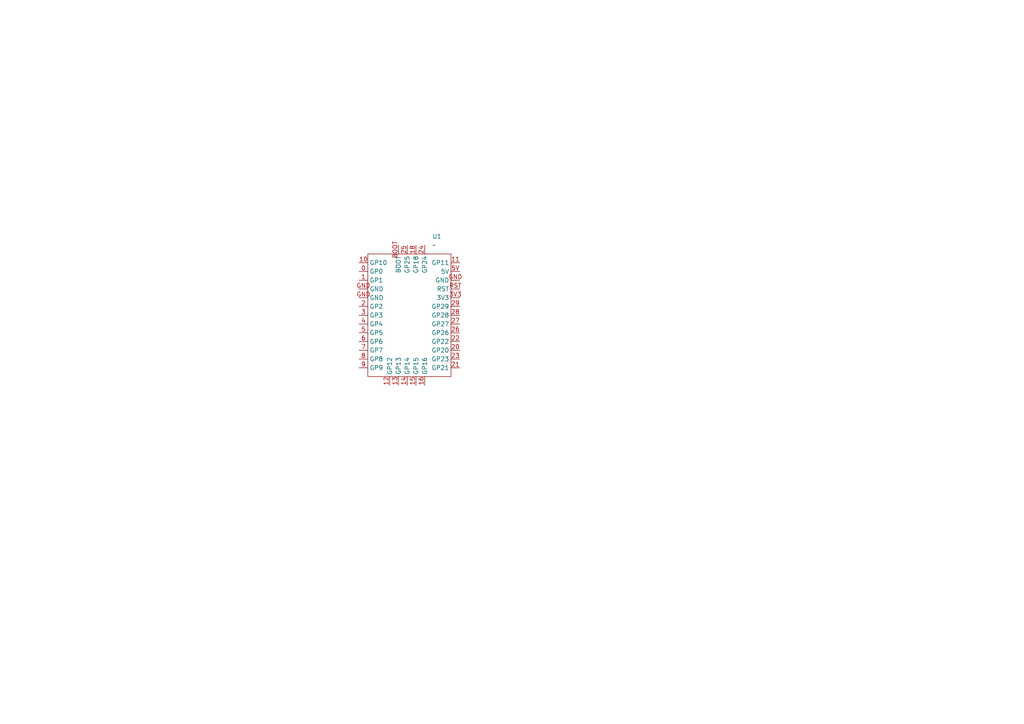
<source format=kicad_sch>
(kicad_sch (version 20250114) (generator "eeschema") (generator_version "9.0")
  (paper "A4")
  (lib_symbols
    (symbol "pro_micro_rp2040:pro_micro_rp2040"
      (property "Reference" "U" (at 0 1.27 0))
      (symbol "pro_micro_rp2040_0_1"
        (rectangle (start -11.43 17.78) (end 12.7 -17.78))
      )
      (symbol "pro_micro_rp2040_1_1"
        (pin bidirectional line (at -13.97 15.24 0) (length 2.54) (name "GP10") (number "10"))
        (pin bidirectional line (at -13.97 12.7 0) (length 2.54) (name "GP0") (number "0"))
        (pin bidirectional line (at -13.97 10.16 0) (length 2.54) (name "GP1") (number "1"))
        (pin unspecified line (at -13.97 7.62 0) (length 2.54) (name "GND") (number "GND"))
        (pin unspecified line (at -13.97 5.08 0) (length 2.54) (name "GND") (number "GND"))
        (pin bidirectional line (at -13.97 2.54 0) (length 2.54) (name "GP2") (number "2"))
        (pin bidirectional line (at -13.97 0 0) (length 2.54) (name "GP3") (number "3"))
        (pin bidirectional line (at -13.97 -2.54 0) (length 2.54) (name "GP4") (number "4"))
        (pin bidirectional line (at -13.97 -5.08 0) (length 2.54) (name "GP5") (number "5"))
        (pin bidirectional line (at -13.97 -7.62 0) (length 2.54) (name "GP6") (number "6"))
        (pin bidirectional line (at -13.97 -10.16 0) (length 2.54) (name "GP7") (number "7"))
        (pin bidirectional line (at -13.97 -12.7 0) (length 2.54) (name "GP8") (number "8"))
        (pin bidirectional line (at -13.97 -15.24 0) (length 2.54) (name "GP9") (number "9"))
        (pin bidirectional line (at -5.08 -20.32 90) (length 2.54) (name "GP12") (number "12"))
        (pin unspecified line (at -2.54 20.32 270) (length 2.54) (name "BOOT") (number "BOOT"))
        (pin bidirectional line (at -2.54 -20.32 90) (length 2.54) (name "GP13") (number "13"))
        (pin unspecified line (at 0 20.32 270) (length 2.54) (name "GP25") (number "25"))
        (pin bidirectional line (at 0 -20.32 90) (length 2.54) (name "GP14") (number "14"))
        (pin unspecified line (at 2.54 20.32 270) (length 2.54) (name "GP18") (number "18"))
        (pin bidirectional line (at 2.54 -20.32 90) (length 2.54) (name "GP15") (number "15"))
        (pin unspecified line (at 5.08 20.32 270) (length 2.54) (name "GP24") (number "24"))
        (pin bidirectional line (at 5.08 -20.32 90) (length 2.54) (name "GP16") (number "16"))
        (pin bidirectional line (at 15.24 15.24 180) (length 2.54) (name "GP11") (number "11"))
        (pin unspecified line (at 15.24 12.7 180) (length 2.54) (name "5V") (number "5V"))
        (pin unspecified line (at 15.24 10.16 180) (length 2.54) (name "GND") (number "GND"))
        (pin unspecified line (at 15.24 7.62 180) (length 2.54) (name "RST") (number "RST"))
        (pin unspecified line (at 15.24 5.08 180) (length 2.54) (name "3V3") (number "3V3"))
        (pin bidirectional line (at 15.24 2.54 180) (length 2.54) (name "GP29") (number "29"))
        (pin bidirectional line (at 15.24 0 180) (length 2.54) (name "GP28") (number "28"))
        (pin bidirectional line (at 15.24 -2.54 180) (length 2.54) (name "GP27") (number "27"))
        (pin bidirectional line (at 15.24 -5.08 180) (length 2.54) (name "GP26") (number "26"))
        (pin bidirectional line (at 15.24 -7.62 180) (length 2.54) (name "GP22") (number "22"))
        (pin bidirectional line (at 15.24 -10.16 180) (length 2.54) (name "GP20") (number "20"))
        (pin bidirectional line (at 15.24 -12.7 180) (length 2.54) (name "GP23") (number "23"))
        (pin bidirectional line (at 15.24 -15.24 180) (length 2.54) (name "GP21") (number "21"))
      )
    )
  )
  (symbol (lib_id "pro_micro_rp2040:pro_micro_rp2040") (at 118.11 91.44 0) (unit 1)
    (property "Reference" "U1" (at 125.3333 68.58 0) (effects (justify left)))
    (property "Value" "~" (at 125.3333 71.12 0) (effects (justify left)))
    (property "Footprint" "pro_micro_rp2040:pro_micro_rp2040" (effects (hide yes)))
  )
)
</source>
